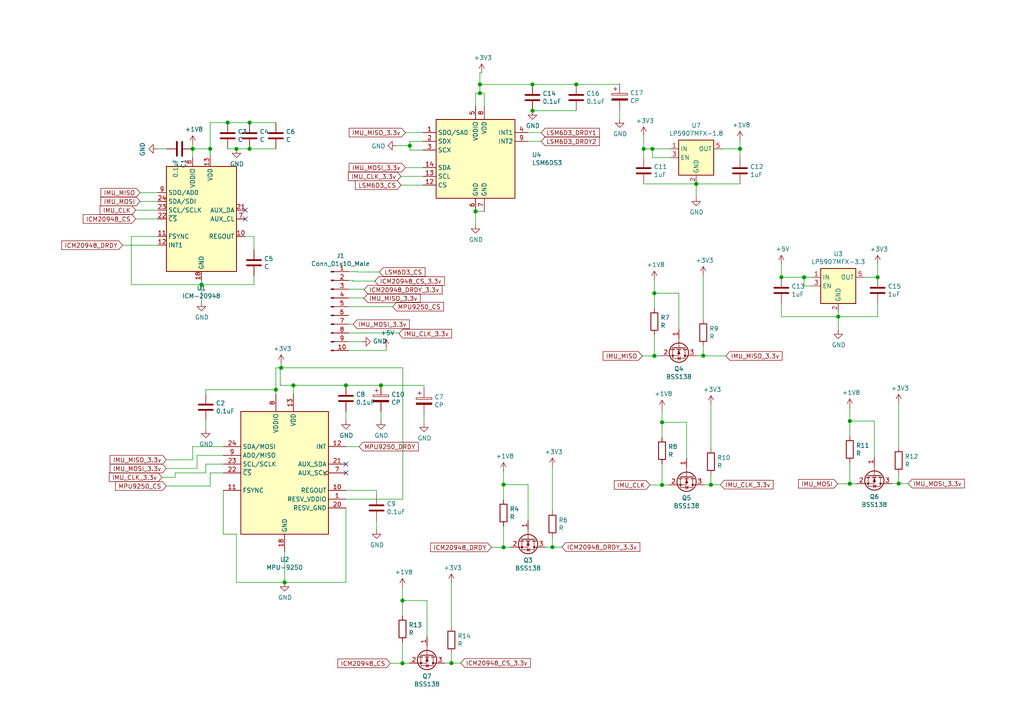
<source format=kicad_sch>
(kicad_sch (version 20200828) (generator eeschema)
  (page 1 1)
  (paper "A4")
  (lib_symbols
    (symbol "Connector:Conn_01x10_Male" (pin_names (offset 1.016) hide)
      (property "Reference" "J" (at 0 12.7 0))
      (property "Value" "Conn_01x10_Male" (at 0 -15.24 0))
      (symbol "Conn_01x10_Male_1_1"
        (rectangle (start 0.8636 -12.573) (end 0 -12.827) (stroke (width 0.1524)) (fill (type outline)))
        (rectangle (start 0.8636 -10.033) (end 0 -10.287) (stroke (width 0.1524)) (fill (type outline)))
        (rectangle (start 0.8636 -7.493) (end 0 -7.747) (stroke (width 0.1524)) (fill (type outline)))
        (rectangle (start 0.8636 -4.953) (end 0 -5.207) (stroke (width 0.1524)) (fill (type outline)))
        (rectangle (start 0.8636 -2.413) (end 0 -2.667) (stroke (width 0.1524)) (fill (type outline)))
        (rectangle (start 0.8636 0.127) (end 0 -0.127) (stroke (width 0.1524)) (fill (type outline)))
        (rectangle (start 0.8636 2.667) (end 0 2.413) (stroke (width 0.1524)) (fill (type outline)))
        (rectangle (start 0.8636 5.207) (end 0 4.953) (stroke (width 0.1524)) (fill (type outline)))
        (rectangle (start 0.8636 7.747) (end 0 7.493) (stroke (width 0.1524)) (fill (type outline)))
        (rectangle (start 0.8636 10.287) (end 0 10.033) (stroke (width 0.1524)) (fill (type outline)))
        (polyline (pts (xy 1.27 -12.7) (xy 0.8636 -12.7)) (stroke (width 0.1524)))
        (polyline (pts (xy 1.27 -10.16) (xy 0.8636 -10.16)) (stroke (width 0.1524)))
        (polyline (pts (xy 1.27 -7.62) (xy 0.8636 -7.62)) (stroke (width 0.1524)))
        (polyline (pts (xy 1.27 -5.08) (xy 0.8636 -5.08)) (stroke (width 0.1524)))
        (polyline (pts (xy 1.27 -2.54) (xy 0.8636 -2.54)) (stroke (width 0.1524)))
        (polyline (pts (xy 1.27 0) (xy 0.8636 0)) (stroke (width 0.1524)))
        (polyline (pts (xy 1.27 2.54) (xy 0.8636 2.54)) (stroke (width 0.1524)))
        (polyline (pts (xy 1.27 5.08) (xy 0.8636 5.08)) (stroke (width 0.1524)))
        (polyline (pts (xy 1.27 7.62) (xy 0.8636 7.62)) (stroke (width 0.1524)))
        (polyline (pts (xy 1.27 10.16) (xy 0.8636 10.16)) (stroke (width 0.1524)))
        (pin passive line (at 5.08 10.16 180) (length 3.81) (name "Pin_1") (number "1"))
        (pin passive line (at 5.08 -12.7 180) (length 3.81) (name "Pin_10") (number "10"))
        (pin passive line (at 5.08 7.62 180) (length 3.81) (name "Pin_2") (number "2"))
        (pin passive line (at 5.08 5.08 180) (length 3.81) (name "Pin_3") (number "3"))
        (pin passive line (at 5.08 2.54 180) (length 3.81) (name "Pin_4") (number "4"))
        (pin passive line (at 5.08 0 180) (length 3.81) (name "Pin_5") (number "5"))
        (pin passive line (at 5.08 -2.54 180) (length 3.81) (name "Pin_6") (number "6"))
        (pin passive line (at 5.08 -5.08 180) (length 3.81) (name "Pin_7") (number "7"))
        (pin passive line (at 5.08 -7.62 180) (length 3.81) (name "Pin_8") (number "8"))
        (pin passive line (at 5.08 -10.16 180) (length 3.81) (name "Pin_9") (number "9"))
      )
    )
    (symbol "Device:C" (pin_numbers hide) (pin_names (offset 0.254))
      (property "Reference" "C" (at 0.635 2.54 0))
      (property "Value" "C" (at 0.635 -2.54 0))
      (symbol "C_0_1"
        (polyline (pts (xy -2.032 -0.762) (xy 2.032 -0.762)) (stroke (width 0.508)))
        (polyline (pts (xy -2.032 0.762) (xy 2.032 0.762)) (stroke (width 0.508)))
      )
      (symbol "C_1_1"
        (pin passive line (at 0 3.81 270) (length 2.794) (name "~") (number "1"))
        (pin passive line (at 0 -3.81 90) (length 2.794) (name "~") (number "2"))
      )
    )
    (symbol "Device:CP" (pin_numbers hide) (pin_names (offset 0.254))
      (property "Reference" "C" (at 0.635 2.54 0))
      (property "Value" "CP" (at 0.635 -2.54 0))
      (symbol "CP_0_1"
        (rectangle (start -2.286 0.508) (end 2.286 1.016))
        (rectangle (start 2.286 -0.508) (end -2.286 -1.016) (fill (type outline)))
        (polyline (pts (xy -1.778 2.286) (xy -0.762 2.286)))
        (polyline (pts (xy -1.27 2.794) (xy -1.27 1.778)))
      )
      (symbol "CP_1_1"
        (pin passive line (at 0 3.81 270) (length 2.794) (name "~") (number "1"))
        (pin passive line (at 0 -3.81 90) (length 2.794) (name "~") (number "2"))
      )
    )
    (symbol "Device:R" (pin_numbers hide) (pin_names (offset 0))
      (property "Reference" "R" (at 2.032 0 90))
      (property "Value" "R" (at 0 0 90))
      (symbol "R_0_1"
        (rectangle (start -1.016 -2.54) (end 1.016 2.54) (stroke (width 0.254)))
      )
      (symbol "R_1_1"
        (pin passive line (at 0 3.81 270) (length 1.27) (name "~") (number "1"))
        (pin passive line (at 0 -3.81 90) (length 1.27) (name "~") (number "2"))
      )
    )
    (symbol "Regulator_Linear:LP5907MFX-1.8"
      (property "Reference" "U" (at -3.81 6.35 0))
      (property "Value" "LP5907MFX-1.8" (at 6.35 6.35 0))
      (symbol "LP5907MFX-1.8_0_1"
        (rectangle (start -5.08 -5.08) (end 5.08 5.08) (stroke (width 0.254)) (fill (type background)))
        (pin power_in line (at -7.62 2.54 0) (length 2.54) (name "IN") (number "1"))
        (pin power_in line (at 0 -7.62 90) (length 2.54) (name "GND") (number "2"))
        (pin input line (at -7.62 0 0) (length 2.54) (name "EN") (number "3"))
        (pin unconnected line (at 5.08 0 180) (length 2.54) hide (name "NC") (number "4"))
        (pin power_out line (at 7.62 2.54 180) (length 2.54) (name "OUT") (number "5"))
      )
    )
    (symbol "Regulator_Linear:LP5907MFX-3.3"
      (property "Reference" "U" (at -3.81 6.35 0))
      (property "Value" "LP5907MFX-3.3" (at 6.35 6.35 0))
      (symbol "LP5907MFX-3.3_0_1"
        (rectangle (start -5.08 -5.08) (end 5.08 5.08) (stroke (width 0.254)) (fill (type background)))
        (pin power_in line (at -7.62 2.54 0) (length 2.54) (name "IN") (number "1"))
        (pin power_in line (at 0 -7.62 90) (length 2.54) (name "GND") (number "2"))
        (pin input line (at -7.62 0 0) (length 2.54) (name "EN") (number "3"))
        (pin unconnected line (at 5.08 0 180) (length 2.54) hide (name "NC") (number "4"))
        (pin power_out line (at 7.62 2.54 180) (length 2.54) (name "OUT") (number "5"))
      )
    )
    (symbol "Sensor_Motion:ICM-20948"
      (property "Reference" "U" (at -11.43 16.51 0))
      (property "Value" "ICM-20948" (at 7.62 -16.51 0))
      (symbol "ICM-20948_0_1"
        (rectangle (start -10.16 15.24) (end 10.16 -15.24) (stroke (width 0.254)) (fill (type background)))
      )
      (symbol "ICM-20948_1_1"
        (pin unconnected line (at -10.16 12.7 0) (length 2.54) hide (name "NC") (number "1"))
        (pin passive line (at 12.7 -5.08 180) (length 2.54) (name "REGOUT") (number "10"))
        (pin input line (at -12.7 -5.08 0) (length 2.54) (name "FSYNC") (number "11"))
        (pin output line (at -12.7 -7.62 0) (length 2.54) (name "INT1") (number "12"))
        (pin power_in line (at 2.54 17.78 270) (length 2.54) (name "VDD") (number "13"))
        (pin unconnected line (at 10.16 7.62 180) (length 2.54) hide (name "NC") (number "14"))
        (pin unconnected line (at 10.16 5.08 180) (length 2.54) hide (name "NC") (number "15"))
        (pin unconnected line (at 10.16 -7.62 180) (length 2.54) hide (name "NC") (number "16"))
        (pin unconnected line (at 10.16 -10.16 180) (length 2.54) hide (name "NC") (number "17"))
        (pin power_in line (at 0 -17.78 90) (length 2.54) (name "GND") (number "18"))
        (pin unconnected line (at 10.16 -12.7 180) (length 2.54) hide (name "RESV") (number "19"))
        (pin unconnected line (at -10.16 10.16 0) (length 2.54) hide (name "NC") (number "2"))
        (pin passive line (at 0 -17.78 90) (length 2.54) hide (name "GND") (number "20"))
        (pin bidirectional line (at 12.7 2.54 180) (length 2.54) (name "AUX_DA") (number "21"))
        (pin input line (at -12.7 0 0) (length 2.54) (name "~CS") (number "22"))
        (pin input line (at -12.7 2.54 0) (length 2.54) (name "SCL/SCLK") (number "23"))
        (pin bidirectional line (at -12.7 5.08 0) (length 2.54) (name "SDA/SDI") (number "24"))
        (pin unconnected line (at -10.16 -2.54 0) (length 2.54) hide (name "NC") (number "3"))
        (pin unconnected line (at -10.16 -10.16 0) (length 2.54) hide (name "NC") (number "4"))
        (pin unconnected line (at -10.16 -12.7 0) (length 2.54) hide (name "NC") (number "5"))
        (pin unconnected line (at 10.16 10.16 180) (length 2.54) hide (name "NC") (number "6"))
        (pin output line (at 12.7 0 180) (length 2.54) (name "AUX_CL") (number "7"))
        (pin power_in line (at -2.54 17.78 270) (length 2.54) (name "VDDIO") (number "8"))
        (pin bidirectional line (at -12.7 7.62 0) (length 2.54) (name "SDO/AD0") (number "9"))
      )
    )
    (symbol "Sensor_Motion:LSM6DS3"
      (property "Reference" "U" (at -11.43 15.24 0))
      (property "Value" "LSM6DS3" (at -11.43 12.7 0))
      (symbol "LSM6DS3_0_1"
        (rectangle (start 11.43 11.43) (end -11.43 -11.43) (stroke (width 0.254)) (fill (type background)))
      )
      (symbol "LSM6DS3_1_1"
        (pin bidirectional line (at -15.24 7.62 0) (length 3.81) (name "SDO/SA0") (number "1"))
        (pin unconnected line (at 10.16 -5.08 180) (length 3.81) hide (name "NC") (number "10"))
        (pin unconnected line (at 10.16 -2.54 180) (length 3.81) hide (name "NC") (number "11"))
        (pin input line (at -15.24 -7.62 0) (length 3.81) (name "CS") (number "12"))
        (pin input line (at -15.24 -5.08 0) (length 3.81) (name "SCL") (number "13"))
        (pin bidirectional line (at -15.24 -2.54 0) (length 3.81) (name "SDA") (number "14"))
        (pin bidirectional line (at -15.24 5.08 0) (length 3.81) (name "SDX") (number "2"))
        (pin input line (at -15.24 2.54 0) (length 3.81) (name "SCX") (number "3"))
        (pin output line (at 15.24 7.62 180) (length 3.81) (name "INT1") (number "4"))
        (pin power_in line (at 0 15.24 270) (length 3.81) (name "VDDIO") (number "5"))
        (pin power_in line (at 0 -15.24 90) (length 3.81) (name "GND") (number "6"))
        (pin power_in line (at 2.54 -15.24 90) (length 3.81) (name "GND") (number "7"))
        (pin power_in line (at 2.54 15.24 270) (length 3.81) (name "VDD") (number "8"))
        (pin output line (at 15.24 5.08 180) (length 3.81) (name "INT2") (number "9"))
      )
    )
    (symbol "Sensor_Motion:MPU-9250"
      (property "Reference" "U" (at -11.43 19.05 0))
      (property "Value" "MPU-9250" (at 7.62 -19.05 0))
      (symbol "MPU-9250_0_1"
        (rectangle (start -12.7 17.78) (end 12.7 -17.78) (stroke (width 0.254)) (fill (type background)))
      )
      (symbol "MPU-9250_1_1"
        (pin input line (at 17.78 -7.62 180) (length 5.08) (name "RESV_VDDIO") (number "1"))
        (pin passive line (at 17.78 -5.08 180) (length 5.08) (name "REGOUT") (number "10"))
        (pin input line (at -17.78 -5.08 0) (length 5.08) (name "FSYNC") (number "11"))
        (pin output line (at 17.78 7.62 180) (length 5.08) (name "INT") (number "12"))
        (pin power_in line (at 2.54 22.86 270) (length 5.08) (name "VDD") (number "13"))
        (pin power_in line (at 0 -22.86 90) (length 5.08) (name "GND") (number "18"))
        (pin power_in line (at 17.78 -10.16 180) (length 5.08) (name "RESV_GND") (number "20"))
        (pin bidirectional line (at 17.78 2.54 180) (length 5.08) (name "AUX_SDA") (number "21"))
        (pin input line (at -17.78 0 0) (length 5.08) (name "~CS") (number "22"))
        (pin input line (at -17.78 2.54 0) (length 5.08) (name "SCL/SCLK") (number "23"))
        (pin bidirectional line (at -17.78 7.62 0) (length 5.08) (name "SDA/MOSI") (number "24"))
        (pin output clock (at 17.78 0 180) (length 5.08) (name "AUX_SCL") (number "7"))
        (pin power_in line (at -2.54 22.86 270) (length 5.08) (name "VDDIO") (number "8"))
        (pin bidirectional line (at -17.78 5.08 0) (length 5.08) (name "AD0/MISO") (number "9"))
      )
    )
    (symbol "Transistor_FET:BSS138" (pin_names hide)
      (property "Reference" "Q" (at 5.08 1.905 0))
      (property "Value" "BSS138" (at 5.08 0 0))
      (symbol "BSS138_0_1"
        (circle (center 1.651 0) (radius 2.794) (stroke (width 0.254)))
        (circle (center 2.54 -1.778) (radius 0.254) (fill (type outline)))
        (circle (center 2.54 1.778) (radius 0.254) (fill (type outline)))
        (polyline (pts (xy 0.254 0) (xy -2.54 0)))
        (polyline (pts (xy 0.254 1.905) (xy 0.254 -1.905)) (stroke (width 0.254)))
        (polyline (pts (xy 0.762 -1.27) (xy 0.762 -2.286)) (stroke (width 0.254)))
        (polyline (pts (xy 0.762 0.508) (xy 0.762 -0.508)) (stroke (width 0.254)))
        (polyline (pts (xy 0.762 2.286) (xy 0.762 1.27)) (stroke (width 0.254)))
        (polyline (pts (xy 2.54 2.54) (xy 2.54 1.778)))
        (polyline (pts (xy 2.54 -2.54) (xy 2.54 0) (xy 0.762 0)))
        (polyline (pts (xy 0.762 -1.778) (xy 3.302 -1.778) (xy 3.302 1.778) (xy 0.762 1.778)))
        (polyline (pts (xy 1.016 0) (xy 2.032 0.381) (xy 2.032 -0.381) (xy 1.016 0)) (fill (type outline)))
        (polyline (pts (xy 2.794 0.508) (xy 2.921 0.381) (xy 3.683 0.381) (xy 3.81 0.254)))
        (polyline (pts (xy 3.302 0.381) (xy 2.921 -0.254) (xy 3.683 -0.254) (xy 3.302 0.381)))
      )
      (symbol "BSS138_1_1"
        (pin input line (at -5.08 0 0) (length 2.54) (name "G") (number "1"))
        (pin passive line (at 2.54 -5.08 90) (length 2.54) (name "S") (number "2"))
        (pin passive line (at 2.54 5.08 270) (length 2.54) (name "D") (number "3"))
      )
    )
    (symbol "power:+1V8" (power) (pin_names (offset 0))
      (property "Value" "+1V8" (at 0 3.556 0))
      (symbol "+1V8_0_1"
        (polyline (pts (xy -0.762 1.27) (xy 0 2.54)))
        (polyline (pts (xy 0 0) (xy 0 2.54)))
        (polyline (pts (xy 0 2.54) (xy 0.762 1.27)))
      )
      (symbol "+1V8_1_1"
        (pin power_in line (at 0 0 90) (length 0) hide (name "+1V8") (number "1"))
      )
    )
    (symbol "power:+3V3" (power) (pin_names (offset 0))
      (property "Value" "+3V3" (at 0 3.556 0))
      (symbol "+3V3_0_1"
        (polyline (pts (xy -0.762 1.27) (xy 0 2.54)))
        (polyline (pts (xy 0 0) (xy 0 2.54)))
        (polyline (pts (xy 0 2.54) (xy 0.762 1.27)))
      )
      (symbol "+3V3_1_1"
        (pin power_in line (at 0 0 90) (length 0) hide (name "+3V3") (number "1"))
      )
    )
    (symbol "power:+5V" (power) (pin_names (offset 0))
      (property "Value" "+5V" (at 0 3.556 0))
      (symbol "+5V_0_1"
        (polyline (pts (xy -0.762 1.27) (xy 0 2.54)))
        (polyline (pts (xy 0 0) (xy 0 2.54)))
        (polyline (pts (xy 0 2.54) (xy 0.762 1.27)))
      )
      (symbol "+5V_1_1"
        (pin power_in line (at 0 0 90) (length 0) hide (name "+5V") (number "1"))
      )
    )
    (symbol "power:GND" (power) (pin_names (offset 0))
      (property "Value" "GND" (at 0 -3.81 0))
      (symbol "GND_0_1"
        (polyline (pts (xy 0 0) (xy 0 -1.27) (xy 1.27 -1.27) (xy 0 -2.54) (xy -1.27 -1.27) (xy 0 -1.27)))
      )
      (symbol "GND_1_1"
        (pin power_in line (at 0 0 270) (length 0) hide (name "GND") (number "1"))
      )
    )
  )
  (junction (at 55.88 43.18) (diameter 1.016))
  (junction (at 58.42 82.55) (diameter 1.016))
  (junction (at 60.96 43.18) (diameter 1.016))
  (junction (at 66.04 35.56) (diameter 1.016))
  (junction (at 68.58 43.18) (diameter 1.016))
  (junction (at 72.39 35.56) (diameter 1.016))
  (junction (at 72.39 43.18) (diameter 1.016))
  (junction (at 80.01 113.03) (diameter 1.016))
  (junction (at 81.534 106.68) (diameter 1.016))
  (junction (at 82.55 168.91) (diameter 1.016))
  (junction (at 85.09 111.76) (diameter 1.016))
  (junction (at 100.33 111.76) (diameter 1.016))
  (junction (at 110.49 111.76) (diameter 1.016))
  (junction (at 116.7384 174.1932) (diameter 1.016))
  (junction (at 116.7384 192.3796) (diameter 1.016))
  (junction (at 118.872 42.2656) (diameter 1.016))
  (junction (at 130.9116 192.3288) (diameter 1.016))
  (junction (at 137.922 61.3156) (diameter 1.016))
  (junction (at 139.192 24.4856) (diameter 1.016))
  (junction (at 139.192 27.0256) (diameter 1.016))
  (junction (at 146.05 140.5636) (diameter 1.016))
  (junction (at 146.05 158.75) (diameter 1.016))
  (junction (at 154.432 24.4856) (diameter 1.016))
  (junction (at 154.432 32.1056) (diameter 1.016))
  (junction (at 160.2232 158.6992) (diameter 1.016))
  (junction (at 167.132 24.4856) (diameter 1.016))
  (junction (at 186.69 43.18) (diameter 1.016))
  (junction (at 189.23 43.18) (diameter 1.016))
  (junction (at 189.7888 85.0392) (diameter 1.016))
  (junction (at 189.7888 103.2256) (diameter 1.016))
  (junction (at 192.024 122.4788) (diameter 1.016))
  (junction (at 192.024 140.6652) (diameter 1.016))
  (junction (at 201.93 53.34) (diameter 1.016))
  (junction (at 203.962 103.1748) (diameter 1.016))
  (junction (at 206.1972 140.6144) (diameter 1.016))
  (junction (at 214.63 43.18) (diameter 1.016))
  (junction (at 226.6188 80.4164) (diameter 1.016))
  (junction (at 233.2228 80.4164) (diameter 1.016))
  (junction (at 243.1288 91.8464) (diameter 1.016))
  (junction (at 246.4816 122.1232) (diameter 1.016))
  (junction (at 246.4816 140.3096) (diameter 1.016))
  (junction (at 254.5588 80.4164) (diameter 1.016))
  (junction (at 260.6548 140.2588) (diameter 1.016))
  (no_connect (at 71.12 63.5))
  (no_connect (at 100.33 134.62))
  (no_connect (at 71.12 60.96))
  (no_connect (at 100.33 137.16))
  (wire (pts (xy 35.56 71.12) (xy 45.72 71.12)))
  (wire (pts (xy 38.1 68.58) (xy 38.1 82.55)))
  (wire (pts (xy 38.1 82.55) (xy 58.42 82.55)))
  (wire (pts (xy 39.37 60.96) (xy 45.72 60.96)))
  (wire (pts (xy 39.37 63.5) (xy 45.72 63.5)))
  (wire (pts (xy 40.64 58.42) (xy 45.72 58.42)))
  (wire (pts (xy 45.72 55.88) (xy 40.64 55.88)))
  (wire (pts (xy 45.72 68.58) (xy 38.1 68.58)))
  (wire (pts (xy 46.99 138.43) (xy 48.26 138.43)))
  (wire (pts (xy 48.26 43.18) (xy 45.72 43.18)))
  (wire (pts (xy 48.26 133.35) (xy 55.88 133.35)))
  (wire (pts (xy 48.26 140.97) (xy 60.96 140.97)))
  (wire (pts (xy 50.8 137.16) (xy 50.8 138.43)))
  (wire (pts (xy 50.8 137.16) (xy 59.69 137.16)))
  (wire (pts (xy 50.8 138.43) (xy 48.26 138.43)))
  (wire (pts (xy 55.88 43.18) (xy 55.88 41.91)))
  (wire (pts (xy 55.88 43.18) (xy 60.96 43.18)))
  (wire (pts (xy 55.88 45.72) (xy 55.88 43.18)))
  (wire (pts (xy 55.88 129.54) (xy 55.88 133.35)))
  (wire (pts (xy 55.88 129.54) (xy 64.77 129.54)))
  (wire (pts (xy 57.15 132.08) (xy 57.15 135.89)))
  (wire (pts (xy 57.15 135.89) (xy 48.26 135.89)))
  (wire (pts (xy 58.42 82.55) (xy 58.42 81.28)))
  (wire (pts (xy 58.42 82.55) (xy 58.42 87.63)))
  (wire (pts (xy 59.69 113.03) (xy 59.69 114.3)))
  (wire (pts (xy 59.69 113.03) (xy 80.01 113.03)))
  (wire (pts (xy 59.69 121.92) (xy 59.69 124.46)))
  (wire (pts (xy 59.69 134.62) (xy 64.77 134.62)))
  (wire (pts (xy 59.69 137.16) (xy 59.69 134.62)))
  (wire (pts (xy 60.96 35.56) (xy 60.96 43.18)))
  (wire (pts (xy 60.96 35.56) (xy 66.04 35.56)))
  (wire (pts (xy 60.96 43.18) (xy 60.96 45.72)))
  (wire (pts (xy 60.96 43.18) (xy 60.96 45.72)))
  (wire (pts (xy 60.96 137.16) (xy 64.77 137.16)))
  (wire (pts (xy 60.96 140.97) (xy 60.96 137.16)))
  (wire (pts (xy 64.77 132.08) (xy 57.15 132.08)))
  (wire (pts (xy 64.77 142.24) (xy 64.77 154.94)))
  (wire (pts (xy 64.77 154.94) (xy 68.58 154.94)))
  (wire (pts (xy 66.04 35.56) (xy 72.39 35.56)))
  (wire (pts (xy 66.04 43.18) (xy 68.58 43.18)))
  (wire (pts (xy 68.58 43.18) (xy 72.39 43.18)))
  (wire (pts (xy 68.58 168.91) (xy 68.58 154.94)))
  (wire (pts (xy 68.58 168.91) (xy 82.55 168.91)))
  (wire (pts (xy 71.12 68.58) (xy 73.66 68.58)))
  (wire (pts (xy 72.39 35.56) (xy 80.01 35.56)))
  (wire (pts (xy 73.66 68.58) (xy 73.66 72.39)))
  (wire (pts (xy 73.66 80.01) (xy 73.66 82.55)))
  (wire (pts (xy 73.66 82.55) (xy 58.42 82.55)))
  (wire (pts (xy 80.01 43.18) (xy 72.39 43.18)))
  (wire (pts (xy 80.01 106.68) (xy 81.28 106.68)))
  (wire (pts (xy 80.01 113.03) (xy 80.01 106.68)))
  (wire (pts (xy 80.01 113.03) (xy 80.01 114.3)))
  (wire (pts (xy 81.28 106.68) (xy 81.28 111.76)))
  (wire (pts (xy 81.534 105.4608) (xy 81.534 106.68)))
  (wire (pts (xy 81.534 106.68) (xy 81.28 106.68)))
  (wire (pts (xy 81.534 106.68) (xy 81.28 106.68)))
  (wire (pts (xy 82.55 160.02) (xy 82.55 168.91)))
  (wire (pts (xy 85.09 111.76) (xy 81.28 111.76)))
  (wire (pts (xy 85.09 111.76) (xy 100.33 111.76)))
  (wire (pts (xy 85.09 114.3) (xy 85.09 111.76)))
  (wire (pts (xy 100.33 111.76) (xy 110.49 111.76)))
  (wire (pts (xy 100.33 119.38) (xy 100.33 121.92)))
  (wire (pts (xy 100.33 142.24) (xy 109.22 142.24)))
  (wire (pts (xy 100.33 144.78) (xy 116.84 144.78)))
  (wire (pts (xy 100.33 147.32) (xy 100.33 168.91)))
  (wire (pts (xy 100.33 168.91) (xy 82.55 168.91)))
  (wire (pts (xy 101.092 78.7908) (xy 103.6828 78.7908)))
  (wire (pts (xy 101.092 81.3308) (xy 102.362 81.3308)))
  (wire (pts (xy 101.092 83.8708) (xy 105.6132 83.8708)))
  (wire (pts (xy 101.092 86.4108) (xy 105.5624 86.4108)))
  (wire (pts (xy 101.092 88.9508) (xy 113.8936 88.9508)))
  (wire (pts (xy 101.092 94.0308) (xy 102.4128 94.0308)))
  (wire (pts (xy 101.092 96.5708) (xy 115.6716 96.5708)))
  (wire (pts (xy 101.092 99.1108) (xy 104.902 99.1108)))
  (wire (pts (xy 101.092 101.6508) (xy 112.014 101.6508)))
  (wire (pts (xy 102.362 81.3308) (xy 102.362 81.534)))
  (wire (pts (xy 103.6828 78.7908) (xy 103.6828 78.8924)))
  (wire (pts (xy 104.14 129.54) (xy 100.33 129.54)))
  (wire (pts (xy 105.5624 86.4108) (xy 105.5624 86.5124)))
  (wire (pts (xy 105.6132 83.8708) (xy 105.6132 84.0232)))
  (wire (pts (xy 108.712 81.534) (xy 102.362 81.534)))
  (wire (pts (xy 109.22 142.24) (xy 109.22 143.51)))
  (wire (pts (xy 109.22 153.67) (xy 109.22 151.13)))
  (wire (pts (xy 110.0328 78.8924) (xy 103.6828 78.8924)))
  (wire (pts (xy 110.49 111.76) (xy 122.9868 111.76)))
  (wire (pts (xy 110.49 119.38) (xy 110.49 121.92)))
  (wire (pts (xy 112.014 101.6508) (xy 112.014 100.9396)))
  (wire (pts (xy 113.2332 192.3796) (xy 116.7384 192.3796)))
  (wire (pts (xy 115.062 42.2656) (xy 118.872 42.2656)))
  (wire (pts (xy 115.6716 96.5708) (xy 115.6716 96.774)))
  (wire (pts (xy 116.332 51.1556) (xy 122.682 51.1556)))
  (wire (pts (xy 116.332 53.6956) (xy 122.682 53.6956)))
  (wire (pts (xy 116.7384 170.3324) (xy 116.7384 174.1932)))
  (wire (pts (xy 116.7384 174.1932) (xy 116.7384 178.6128)))
  (wire (pts (xy 116.7384 174.1932) (xy 123.8504 174.1932)))
  (wire (pts (xy 116.7384 186.2328) (xy 116.7384 192.3796)))
  (wire (pts (xy 116.7384 192.3796) (xy 118.7704 192.3796)))
  (wire (pts (xy 116.84 106.68) (xy 81.534 106.68)))
  (wire (pts (xy 116.84 144.78) (xy 116.84 106.68)))
  (wire (pts (xy 117.602 48.6156) (xy 122.682 48.6156)))
  (wire (pts (xy 118.7704 192.3796) (xy 118.7704 192.3288)))
  (wire (pts (xy 118.872 40.9956) (xy 118.872 42.2656)))
  (wire (pts (xy 118.872 42.2656) (xy 118.872 43.5356)))
  (wire (pts (xy 118.872 43.5356) (xy 122.682 43.5356)))
  (wire (pts (xy 122.682 38.4556) (xy 117.602 38.4556)))
  (wire (pts (xy 122.682 40.9956) (xy 118.872 40.9956)))
  (wire (pts (xy 122.9868 111.76) (xy 122.9868 112.522)))
  (wire (pts (xy 122.9868 120.142) (xy 122.9868 122.682)))
  (wire (pts (xy 123.8504 174.1932) (xy 123.8504 184.7088)))
  (wire (pts (xy 128.9304 192.3288) (xy 130.9116 192.3288)))
  (wire (pts (xy 130.9116 169.0116) (xy 130.9116 181.8132)))
  (wire (pts (xy 130.9116 192.3288) (xy 130.9116 189.4332)))
  (wire (pts (xy 130.9116 192.3288) (xy 133.6548 192.3288)))
  (wire (pts (xy 133.6548 192.3288) (xy 133.6548 192.278)))
  (wire (pts (xy 137.922 27.0256) (xy 139.192 27.0256)))
  (wire (pts (xy 137.922 30.8356) (xy 137.922 27.0256)))
  (wire (pts (xy 137.922 61.3156) (xy 140.462 61.3156)))
  (wire (pts (xy 137.922 65.1256) (xy 137.922 61.3156)))
  (wire (pts (xy 139.192 21.082) (xy 139.7 21.082)))
  (wire (pts (xy 139.192 24.4856) (xy 139.192 21.082)))
  (wire (pts (xy 139.192 24.4856) (xy 154.432 24.4856)))
  (wire (pts (xy 139.192 27.0256) (xy 139.192 24.4856)))
  (wire (pts (xy 139.192 27.0256) (xy 140.462 27.0256)))
  (wire (pts (xy 140.462 27.0256) (xy 140.462 30.8356)))
  (wire (pts (xy 142.5448 158.75) (xy 146.05 158.75)))
  (wire (pts (xy 146.05 136.7028) (xy 146.05 140.5636)))
  (wire (pts (xy 146.05 140.5636) (xy 146.05 144.9832)))
  (wire (pts (xy 146.05 140.5636) (xy 153.162 140.5636)))
  (wire (pts (xy 146.05 152.6032) (xy 146.05 158.75)))
  (wire (pts (xy 146.05 158.75) (xy 148.082 158.75)))
  (wire (pts (xy 148.082 158.75) (xy 148.082 158.6992)))
  (wire (pts (xy 153.162 140.5636) (xy 153.162 151.0792)))
  (wire (pts (xy 154.432 24.4856) (xy 167.132 24.4856)))
  (wire (pts (xy 154.432 32.1056) (xy 167.132 32.1056)))
  (wire (pts (xy 156.972 38.4556) (xy 153.162 38.4556)))
  (wire (pts (xy 156.972 40.9956) (xy 153.162 40.9956)))
  (wire (pts (xy 158.242 158.6992) (xy 160.2232 158.6992)))
  (wire (pts (xy 160.2232 135.382) (xy 160.2232 148.1836)))
  (wire (pts (xy 160.2232 158.6992) (xy 160.2232 155.8036)))
  (wire (pts (xy 160.2232 158.6992) (xy 162.9664 158.6992)))
  (wire (pts (xy 162.9664 158.6992) (xy 162.9664 158.6484)))
  (wire (pts (xy 167.132 24.4856) (xy 179.7304 24.4856)))
  (wire (pts (xy 179.7304 24.4856) (xy 179.7304 24.2824)))
  (wire (pts (xy 179.7304 31.9024) (xy 179.7304 34.4424)))
  (wire (pts (xy 186.2836 103.2256) (xy 189.7888 103.2256)))
  (wire (pts (xy 186.69 39.37) (xy 186.69 43.18)))
  (wire (pts (xy 186.69 43.18) (xy 186.69 45.72)))
  (wire (pts (xy 186.69 43.18) (xy 189.23 43.18)))
  (wire (pts (xy 186.69 53.34) (xy 201.93 53.34)))
  (wire (pts (xy 188.5188 140.6652) (xy 192.024 140.6652)))
  (wire (pts (xy 189.23 43.18) (xy 194.31 43.18)))
  (wire (pts (xy 189.23 45.72) (xy 189.23 43.18)))
  (wire (pts (xy 189.7888 81.1784) (xy 189.7888 85.0392)))
  (wire (pts (xy 189.7888 85.0392) (xy 189.7888 89.4588)))
  (wire (pts (xy 189.7888 85.0392) (xy 196.9008 85.0392)))
  (wire (pts (xy 189.7888 97.0788) (xy 189.7888 103.2256)))
  (wire (pts (xy 189.7888 103.2256) (xy 191.8208 103.2256)))
  (wire (pts (xy 191.8208 103.2256) (xy 191.8208 103.1748)))
  (wire (pts (xy 192.024 118.618) (xy 192.024 122.4788)))
  (wire (pts (xy 192.024 122.4788) (xy 192.024 126.8984)))
  (wire (pts (xy 192.024 122.4788) (xy 199.136 122.4788)))
  (wire (pts (xy 192.024 134.5184) (xy 192.024 140.6652)))
  (wire (pts (xy 192.024 140.6652) (xy 194.056 140.6652)))
  (wire (pts (xy 194.056 140.6652) (xy 194.056 140.6144)))
  (wire (pts (xy 194.31 45.72) (xy 189.23 45.72)))
  (wire (pts (xy 196.9008 85.0392) (xy 196.9008 95.5548)))
  (wire (pts (xy 199.136 122.4788) (xy 199.136 132.9944)))
  (wire (pts (xy 201.93 53.34) (xy 201.93 57.15)))
  (wire (pts (xy 201.93 53.34) (xy 214.63 53.34)))
  (wire (pts (xy 201.9808 103.1748) (xy 203.962 103.1748)))
  (wire (pts (xy 203.962 79.8576) (xy 203.962 92.6592)))
  (wire (pts (xy 203.962 103.1748) (xy 203.962 100.2792)))
  (wire (pts (xy 203.962 103.2256) (xy 203.962 103.1748)))
  (wire (pts (xy 204.216 140.6144) (xy 206.1972 140.6144)))
  (wire (pts (xy 206.1972 117.2972) (xy 206.1972 130.0988)))
  (wire (pts (xy 206.1972 140.6144) (xy 206.1972 137.7188)))
  (wire (pts (xy 206.1972 140.6144) (xy 208.9404 140.6144)))
  (wire (pts (xy 208.9404 140.6144) (xy 208.9404 140.5636)))
  (wire (pts (xy 209.55 43.18) (xy 214.63 43.18)))
  (wire (pts (xy 210.5152 103.1748) (xy 210.5152 103.2256)))
  (wire (pts (xy 210.5152 103.2256) (xy 203.962 103.2256)))
  (wire (pts (xy 214.63 43.18) (xy 214.63 40.64)))
  (wire (pts (xy 214.63 43.18) (xy 214.63 45.72)))
  (wire (pts (xy 226.6188 80.4164) (xy 226.6188 76.6064)))
  (wire (pts (xy 226.6188 80.4164) (xy 233.2228 80.4164)))
  (wire (pts (xy 226.6188 88.0364) (xy 226.6188 91.8464)))
  (wire (pts (xy 226.6188 91.8464) (xy 243.1288 91.8464)))
  (wire (pts (xy 233.2228 80.4164) (xy 235.5088 80.4164)))
  (wire (pts (xy 233.2228 82.9564) (xy 233.2228 80.4164)))
  (wire (pts (xy 233.2228 82.9564) (xy 235.5088 82.9564)))
  (wire (pts (xy 242.9764 140.3096) (xy 246.4816 140.3096)))
  (wire (pts (xy 243.1288 91.8464) (xy 243.1288 90.5764)))
  (wire (pts (xy 243.1288 91.8464) (xy 243.1288 95.6564)))
  (wire (pts (xy 243.1288 91.8464) (xy 254.5588 91.8464)))
  (wire (pts (xy 246.4816 118.2624) (xy 246.4816 122.1232)))
  (wire (pts (xy 246.4816 122.1232) (xy 246.4816 126.5428)))
  (wire (pts (xy 246.4816 122.1232) (xy 253.5936 122.1232)))
  (wire (pts (xy 246.4816 134.1628) (xy 246.4816 140.3096)))
  (wire (pts (xy 246.4816 140.3096) (xy 248.5136 140.3096)))
  (wire (pts (xy 248.5136 140.3096) (xy 248.5136 140.2588)))
  (wire (pts (xy 250.7488 80.4164) (xy 254.5588 80.4164)))
  (wire (pts (xy 253.5936 122.1232) (xy 253.5936 132.6388)))
  (wire (pts (xy 254.5588 80.4164) (xy 254.5588 76.6064)))
  (wire (pts (xy 254.5588 88.0364) (xy 254.5588 91.8464)))
  (wire (pts (xy 258.6736 140.2588) (xy 260.6548 140.2588)))
  (wire (pts (xy 260.6548 116.9416) (xy 260.6548 129.7432)))
  (wire (pts (xy 260.6548 140.2588) (xy 260.6548 137.3632)))
  (wire (pts (xy 260.6548 140.2588) (xy 263.398 140.2588)))
  (global_label "ICM20948_DRDY" (shape input) (at 35.56 71.12 180))
  (global_label "IMU_CLK" (shape input) (at 39.37 60.96 180))
  (global_label "ICM20948_CS" (shape input) (at 39.37 63.5 180))
  (global_label "IMU_MISO" (shape input) (at 40.64 55.88 180))
  (global_label "IMU_MOSI" (shape input) (at 40.64 58.42 180))
  (global_label "IMU_CLK_3.3v" (shape input) (at 46.99 138.43 180))
  (global_label "IMU_MISO_3.3v" (shape input) (at 48.26 133.35 180))
  (global_label "IMU_MOSI_3.3v" (shape input) (at 48.26 135.89 180))
  (global_label "MPU9250_CS" (shape input) (at 48.26 140.97 180))
  (global_label "IMU_MOSI_3.3v" (shape input) (at 102.4128 94.0308 0))
  (global_label "MPU9250_DRDY" (shape input) (at 104.14 129.54 0))
  (global_label "IMU_MISO_3.3v" (shape input) (at 105.5624 86.5124 0))
  (global_label "ICM20948_DRDY_3.3v" (shape input) (at 105.6132 84.0232 0))
  (global_label "ICM20948_CS_3.3v" (shape input) (at 108.712 81.534 0))
  (global_label "LSM6D3_CS" (shape input) (at 110.0328 78.8924 0))
  (global_label "ICM20948_CS" (shape input) (at 113.2332 192.3796 180))
  (global_label "MPU9250_CS" (shape input) (at 113.8936 88.9508 0))
  (global_label "IMU_CLK_3.3v" (shape input) (at 115.6716 96.774 0))
  (global_label "IMU_CLK_3.3v" (shape input) (at 116.332 51.1556 180))
  (global_label "LSM6D3_CS" (shape input) (at 116.332 53.6956 180))
  (global_label "IMU_MISO_3.3v" (shape input) (at 117.602 38.4556 180))
  (global_label "IMU_MOSI_3.3v" (shape input) (at 117.602 48.6156 180))
  (global_label "ICM20948_CS_3.3v" (shape input) (at 133.6548 192.278 0))
  (global_label "ICM20948_DRDY" (shape input) (at 142.5448 158.75 180))
  (global_label "LSM6D3_DRDY1" (shape input) (at 156.972 38.4556 0))
  (global_label "LSM6D3_DRDY2" (shape input) (at 156.972 40.9956 0))
  (global_label "ICM20948_DRDY_3.3v" (shape input) (at 162.9664 158.6484 0))
  (global_label "IMU_MISO" (shape input) (at 186.2836 103.2256 180))
  (global_label "IMU_CLK" (shape input) (at 188.5188 140.6652 180))
  (global_label "IMU_CLK_3.3v" (shape input) (at 208.9404 140.5636 0))
  (global_label "IMU_MISO_3.3v" (shape input) (at 210.5152 103.2256 0))
  (global_label "IMU_MOSI" (shape input) (at 242.9764 140.3096 180))
  (global_label "IMU_MOSI_3.3v" (shape input) (at 263.398 140.2588 0))
  (symbol (lib_id "power:+1V8") (at 55.88 41.91 0) (unit 1)
    (property "Reference" "#PWR0112" (effects hide))
    (property "Value" "+1V8" (at 56.261 37.5158 0))
  )
  (symbol (lib_id "power:+3V3") (at 81.534 105.4608 0) (unit 1)
    (property "Reference" "#PWR0107" (effects hide))
    (property "Value" "+3V3" (at 81.9023 101.1364 0))
  )
  (symbol (lib_id "power:+5V") (at 112.014 100.9396 0) (unit 1)
    (property "Reference" "#PWR0127" (effects hide))
    (property "Value" "+5V" (at 112.395 96.5454 0))
  )
  (symbol (lib_id "power:+1V8") (at 116.7384 170.3324 0) (unit 1)
    (property "Reference" "#PWR0128" (effects hide))
    (property "Value" "+1V8" (at 117.1194 165.9382 0))
  )
  (symbol (lib_id "power:+3V3") (at 130.9116 169.0116 0) (unit 1)
    (property "Reference" "#PWR0124" (effects hide))
    (property "Value" "+3V3" (at 131.2799 164.6872 0))
  )
  (symbol (lib_id "power:+3V3") (at 139.7 21.082 0) (unit 1)
    (property "Reference" "#PWR0118" (effects hide))
    (property "Value" "+3V3" (at 140.0683 16.7576 0))
  )
  (symbol (lib_id "power:+1V8") (at 146.05 136.7028 0) (unit 1)
    (property "Reference" "#PWR0116" (effects hide))
    (property "Value" "+1V8" (at 146.431 132.3086 0))
  )
  (symbol (lib_id "power:+3V3") (at 160.2232 135.382 0) (unit 1)
    (property "Reference" "#PWR0117" (effects hide))
    (property "Value" "+3V3" (at 160.5915 131.0576 0))
  )
  (symbol (lib_id "power:+3V3") (at 186.69 39.37 0) (unit 1)
    (property "Reference" "#PWR0106" (effects hide))
    (property "Value" "+3V3" (at 187.0583 35.0456 0))
  )
  (symbol (lib_id "power:+1V8") (at 189.7888 81.1784 0) (unit 1)
    (property "Reference" "#PWR0132" (effects hide))
    (property "Value" "+1V8" (at 190.1698 76.7842 0))
  )
  (symbol (lib_id "power:+1V8") (at 192.024 118.618 0) (unit 1)
    (property "Reference" "#PWR0135" (effects hide))
    (property "Value" "+1V8" (at 192.405 114.2238 0))
  )
  (symbol (lib_id "power:+3V3") (at 203.962 79.8576 0) (unit 1)
    (property "Reference" "#PWR0133" (effects hide))
    (property "Value" "+3V3" (at 204.3303 75.5332 0))
  )
  (symbol (lib_id "power:+3V3") (at 206.1972 117.2972 0) (unit 1)
    (property "Reference" "#PWR0122" (effects hide))
    (property "Value" "+3V3" (at 206.5655 112.9728 0))
  )
  (symbol (lib_id "power:+1V8") (at 214.63 40.64 0) (unit 1)
    (property "Reference" "#PWR0126" (effects hide))
    (property "Value" "+1V8" (at 215.011 36.2458 0))
  )
  (symbol (lib_id "power:+5V") (at 226.6188 76.6064 0) (unit 1)
    (property "Reference" "#PWR0129" (effects hide))
    (property "Value" "+5V" (at 226.9998 72.2122 0))
  )
  (symbol (lib_id "power:+1V8") (at 246.4816 118.2624 0) (unit 1)
    (property "Reference" "#PWR0121" (effects hide))
    (property "Value" "+1V8" (at 246.8626 113.8682 0))
  )
  (symbol (lib_id "power:+3V3") (at 254.5588 76.6064 0) (unit 1)
    (property "Reference" "#PWR0131" (effects hide))
    (property "Value" "+3V3" (at 254.9271 72.282 0))
  )
  (symbol (lib_id "power:+3V3") (at 260.6548 116.9416 0) (unit 1)
    (property "Reference" "#PWR0120" (effects hide))
    (property "Value" "+3V3" (at 261.0231 112.6172 0))
  )
  (symbol (lib_id "power:GND") (at 45.72 43.18 270) (unit 1)
    (property "Reference" "#PWR0109" (effects hide))
    (property "Value" "GND" (at 41.3258 43.307 0))
  )
  (symbol (lib_id "power:GND") (at 58.42 87.63 0) (unit 1)
    (property "Reference" "#PWR0108" (effects hide))
    (property "Value" "GND" (at 58.547 92.0242 0))
  )
  (symbol (lib_id "power:GND") (at 59.69 124.46 0) (unit 1)
    (property "Reference" "#PWR0105" (effects hide))
    (property "Value" "GND" (at 59.817 128.8542 0))
  )
  (symbol (lib_id "power:GND") (at 68.58 43.18 0) (unit 1)
    (property "Reference" "#PWR0110" (effects hide))
    (property "Value" "GND" (at 68.707 47.5742 0))
  )
  (symbol (lib_id "power:GND") (at 82.55 168.91 0) (unit 1)
    (property "Reference" "#PWR0103" (effects hide))
    (property "Value" "GND" (at 82.677 173.3042 0))
  )
  (symbol (lib_id "power:GND") (at 100.33 121.92 0) (unit 1)
    (property "Reference" "#PWR0102" (effects hide))
    (property "Value" "GND" (at 100.457 126.3142 0))
  )
  (symbol (lib_id "power:GND") (at 104.902 99.1108 90) (unit 1)
    (property "Reference" "#PWR0130" (effects hide))
    (property "Value" "GND" (at 108.1532 98.9838 90) (effects (justify right)))
  )
  (symbol (lib_id "power:GND") (at 109.22 153.67 0) (unit 1)
    (property "Reference" "#PWR0104" (effects hide))
    (property "Value" "GND" (at 109.347 158.0642 0))
  )
  (symbol (lib_id "power:GND") (at 110.49 121.92 0) (unit 1)
    (property "Reference" "#PWR0101" (effects hide))
    (property "Value" "GND" (at 110.617 126.3142 0))
  )
  (symbol (lib_id "power:GND") (at 115.062 42.2656 270) (unit 1)
    (property "Reference" "#PWR0113" (effects hide))
    (property "Value" "GND" (at 111.8108 42.3926 90) (effects (justify right)))
  )
  (symbol (lib_id "power:GND") (at 122.9868 122.682 0) (unit 1)
    (property "Reference" "#PWR0111" (effects hide))
    (property "Value" "GND" (at 123.1138 127.0762 0))
  )
  (symbol (lib_id "power:GND") (at 137.922 65.1256 0) (unit 1)
    (property "Reference" "#PWR0114" (effects hide))
    (property "Value" "GND" (at 138.049 69.5198 0))
  )
  (symbol (lib_id "power:GND") (at 154.432 32.1056 0) (unit 1)
    (property "Reference" "#PWR0115" (effects hide))
    (property "Value" "GND" (at 154.559 36.4998 0))
  )
  (symbol (lib_id "power:GND") (at 179.7304 34.4424 0) (unit 1)
    (property "Reference" "#PWR0119" (effects hide))
    (property "Value" "GND" (at 179.8574 38.8366 0))
  )
  (symbol (lib_id "power:GND") (at 201.93 57.15 0) (unit 1)
    (property "Reference" "#PWR0123" (effects hide))
    (property "Value" "GND" (at 202.057 61.5442 0))
  )
  (symbol (lib_id "power:GND") (at 243.1288 95.6564 0) (unit 1)
    (property "Reference" "#PWR0125" (effects hide))
    (property "Value" "GND" (at 243.2558 100.0506 0))
  )
  (symbol (lib_id "Device:R") (at 116.7384 182.4228 0) (unit 1)
    (property "Reference" "R13" (at 118.5165 181.2734 0) (effects (justify left)))
    (property "Value" "R" (at 118.5165 183.5721 0) (effects (justify left)))
    (property "Footprint" "Resistor_SMD:R_0603_1608Metric_Pad1.05x0.95mm_HandSolder" (effects hide))
  )
  (symbol (lib_id "Device:R") (at 130.9116 185.6232 0) (unit 1)
    (property "Reference" "R14" (at 132.6897 184.4738 0) (effects (justify left)))
    (property "Value" "R" (at 132.6897 186.7725 0) (effects (justify left)))
    (property "Footprint" "Resistor_SMD:R_0603_1608Metric_Pad1.05x0.95mm_HandSolder" (effects hide))
  )
  (symbol (lib_id "Device:R") (at 146.05 148.7932 0) (unit 1)
    (property "Reference" "R4" (at 147.8281 147.6438 0) (effects (justify left)))
    (property "Value" "R" (at 147.8281 149.9425 0) (effects (justify left)))
    (property "Footprint" "Resistor_SMD:R_0603_1608Metric_Pad1.05x0.95mm_HandSolder" (effects hide))
  )
  (symbol (lib_id "Device:R") (at 160.2232 151.9936 0) (unit 1)
    (property "Reference" "R6" (at 162.0013 150.8442 0) (effects (justify left)))
    (property "Value" "R" (at 162.0013 153.1429 0) (effects (justify left)))
    (property "Footprint" "Resistor_SMD:R_0603_1608Metric_Pad1.05x0.95mm_HandSolder" (effects hide))
  )
  (symbol (lib_id "Device:R") (at 189.7888 93.2688 0) (unit 1)
    (property "Reference" "R7" (at 191.5669 92.1194 0) (effects (justify left)))
    (property "Value" "R" (at 191.5669 94.4181 0) (effects (justify left)))
    (property "Footprint" "Resistor_SMD:R_0603_1608Metric_Pad1.05x0.95mm_HandSolder" (effects hide))
  )
  (symbol (lib_id "Device:R") (at 192.024 130.7084 0) (unit 1)
    (property "Reference" "R8" (at 193.8021 129.559 0) (effects (justify left)))
    (property "Value" "R" (at 193.8021 131.8577 0) (effects (justify left)))
    (property "Footprint" "Resistor_SMD:R_0603_1608Metric_Pad1.05x0.95mm_HandSolder" (effects hide))
  )
  (symbol (lib_id "Device:R") (at 203.962 96.4692 0) (unit 1)
    (property "Reference" "R9" (at 205.7401 95.3198 0) (effects (justify left)))
    (property "Value" "R" (at 205.7401 97.6185 0) (effects (justify left)))
    (property "Footprint" "Resistor_SMD:R_0603_1608Metric_Pad1.05x0.95mm_HandSolder" (effects hide))
  )
  (symbol (lib_id "Device:R") (at 206.1972 133.9088 0) (unit 1)
    (property "Reference" "R10" (at 207.9753 132.7594 0) (effects (justify left)))
    (property "Value" "R" (at 207.9753 135.0581 0) (effects (justify left)))
    (property "Footprint" "Resistor_SMD:R_0603_1608Metric_Pad1.05x0.95mm_HandSolder" (effects hide))
  )
  (symbol (lib_id "Device:R") (at 246.4816 130.3528 0) (unit 1)
    (property "Reference" "R11" (at 248.2597 129.2034 0) (effects (justify left)))
    (property "Value" "R" (at 248.2597 131.5021 0) (effects (justify left)))
    (property "Footprint" "Resistor_SMD:R_0603_1608Metric_Pad1.05x0.95mm_HandSolder" (effects hide))
  )
  (symbol (lib_id "Device:R") (at 260.6548 133.5532 0) (unit 1)
    (property "Reference" "R12" (at 262.4329 132.4038 0) (effects (justify left)))
    (property "Value" "R" (at 262.4329 134.7025 0) (effects (justify left)))
    (property "Footprint" "Resistor_SMD:R_0603_1608Metric_Pad1.05x0.95mm_HandSolder" (effects hide))
  )
  (symbol (lib_id "Device:C") (at 52.07 43.18 270) (unit 1)
    (property "Reference" "C1" (at 53.2384 46.101 0) (effects (justify left)))
    (property "Value" "0.1uF" (at 50.927 46.101 0) (effects (justify left)))
    (property "Footprint" "Capacitor_SMD:C_0603_1608Metric" (effects hide))
  )
  (symbol (lib_id "Device:C") (at 59.69 118.11 0) (unit 1)
    (property "Reference" "C2" (at 62.611 116.9416 0) (effects (justify left)))
    (property "Value" "0.1uF" (at 62.611 119.253 0) (effects (justify left)))
    (property "Footprint" "Capacitor_SMD:C_0603_1608Metric" (effects hide))
  )
  (symbol (lib_id "Device:C") (at 66.04 39.37 0) (unit 1)
    (property "Reference" "C3" (at 68.961 38.2016 0) (effects (justify left)))
    (property "Value" "C" (at 68.961 40.513 0) (effects (justify left)))
    (property "Footprint" "Capacitor_SMD:C_0603_1608Metric_Pad1.05x0.95mm_HandSolder" (effects hide))
  )
  (symbol (lib_id "Device:C") (at 72.39 39.37 0) (unit 1)
    (property "Reference" "C4" (at 75.311 38.2016 0) (effects (justify left)))
    (property "Value" "C" (at 75.311 40.513 0) (effects (justify left)))
    (property "Footprint" "Capacitor_SMD:C_0603_1608Metric_Pad1.05x0.95mm_HandSolder" (effects hide))
  )
  (symbol (lib_id "Device:C") (at 73.66 76.2 0) (unit 1)
    (property "Reference" "C5" (at 76.581 75.0316 0) (effects (justify left)))
    (property "Value" "C" (at 76.581 77.343 0) (effects (justify left)))
    (property "Footprint" "Capacitor_SMD:C_0603_1608Metric" (effects hide))
  )
  (symbol (lib_id "Device:C") (at 80.01 39.37 0) (unit 1)
    (property "Reference" "C6" (at 82.931 38.2016 0) (effects (justify left)))
    (property "Value" "C" (at 82.931 40.513 0) (effects (justify left)))
    (property "Footprint" "Capacitor_SMD:C_0603_1608Metric_Pad1.05x0.95mm_HandSolder" (effects hide))
  )
  (symbol (lib_id "Device:C") (at 100.33 115.57 0) (unit 1)
    (property "Reference" "C8" (at 103.251 114.4016 0) (effects (justify left)))
    (property "Value" "0.1uF" (at 103.251 116.713 0) (effects (justify left)))
    (property "Footprint" "Capacitor_SMD:C_0603_1608Metric" (effects hide))
  )
  (symbol (lib_id "Device:C") (at 109.22 147.32 0) (unit 1)
    (property "Reference" "C9" (at 112.141 146.1516 0) (effects (justify left)))
    (property "Value" "0.1uF" (at 112.141 148.463 0) (effects (justify left)))
    (property "Footprint" "Capacitor_SMD:C_0603_1608Metric" (effects hide))
  )
  (symbol (lib_id "Device:CP") (at 110.49 115.57 0) (unit 1)
    (property "Reference" "C10" (at 113.4872 114.4016 0) (effects (justify left)))
    (property "Value" "CP" (at 113.4872 116.713 0) (effects (justify left)))
    (property "Footprint" "Capacitor_SMD:C_0603_1608Metric_Pad1.05x0.95mm_HandSolder" (effects hide))
  )
  (symbol (lib_id "Device:CP") (at 122.9868 116.332 0) (unit 1)
    (property "Reference" "C7" (at 125.984 115.1636 0) (effects (justify left)))
    (property "Value" "CP" (at 125.984 117.475 0) (effects (justify left)))
    (property "Footprint" "Capacitor_SMD:C_1206_3216Metric" (effects hide))
  )
  (symbol (lib_id "Device:C") (at 154.432 28.2956 0) (unit 1)
    (property "Reference" "C14" (at 157.353 27.1272 0) (effects (justify left)))
    (property "Value" "0.1uF" (at 157.353 29.4386 0) (effects (justify left)))
    (property "Footprint" "Capacitor_SMD:C_0603_1608Metric" (effects hide))
  )
  (symbol (lib_id "Device:C") (at 167.132 28.2956 0) (unit 1)
    (property "Reference" "C16" (at 170.053 27.1272 0) (effects (justify left)))
    (property "Value" "0.1uF" (at 170.053 29.4386 0) (effects (justify left)))
    (property "Footprint" "Capacitor_SMD:C_0603_1608Metric" (effects hide))
  )
  (symbol (lib_id "Device:CP") (at 179.7304 28.0924 0) (unit 1)
    (property "Reference" "C17" (at 182.7276 26.924 0) (effects (justify left)))
    (property "Value" "CP" (at 182.7276 29.2354 0) (effects (justify left)))
    (property "Footprint" "Capacitor_SMD:C_1206_3216Metric" (effects hide))
  )
  (symbol (lib_id "Device:C") (at 186.69 49.53 0) (unit 1)
    (property "Reference" "C11" (at 189.611 48.3616 0) (effects (justify left)))
    (property "Value" "1uF" (at 189.611 50.673 0) (effects (justify left)))
    (property "Footprint" "Capacitor_SMD:C_0603_1608Metric_Pad1.05x0.95mm_HandSolder" (effects hide))
  )
  (symbol (lib_id "Device:C") (at 214.63 49.53 0) (unit 1)
    (property "Reference" "C12" (at 217.551 48.3616 0) (effects (justify left)))
    (property "Value" "1uF" (at 217.551 50.673 0) (effects (justify left)))
    (property "Footprint" "Capacitor_SMD:C_0603_1608Metric_Pad1.05x0.95mm_HandSolder" (effects hide))
  )
  (symbol (lib_id "Device:C") (at 226.6188 84.2264 0) (unit 1)
    (property "Reference" "C13" (at 229.5398 83.058 0) (effects (justify left)))
    (property "Value" "1uF" (at 229.5398 85.3694 0) (effects (justify left)))
    (property "Footprint" "Capacitor_SMD:C_0603_1608Metric_Pad1.05x0.95mm_HandSolder" (effects hide))
  )
  (symbol (lib_id "Device:C") (at 254.5588 84.2264 0) (unit 1)
    (property "Reference" "C15" (at 257.4798 83.058 0) (effects (justify left)))
    (property "Value" "1uF" (at 257.4798 85.3694 0) (effects (justify left)))
    (property "Footprint" "Capacitor_SMD:C_0603_1608Metric_Pad1.05x0.95mm_HandSolder" (effects hide))
  )
  (symbol (lib_id "Transistor_FET:BSS138") (at 123.8504 189.7888 270) (unit 1)
    (property "Reference" "Q7" (at 123.8504 196.1452 90))
    (property "Value" "BSS138" (at 123.8504 198.4439 90))
    (property "Footprint" "Package_TO_SOT_SMD:SOT-23" (effects hide))
    (property "Datasheet" "https://www.fairchildsemi.com/datasheets/BS/BSS138.pdf" (effects hide))
  )
  (symbol (lib_id "Transistor_FET:BSS138") (at 153.162 156.1592 270) (unit 1)
    (property "Reference" "Q3" (at 153.162 162.5156 90))
    (property "Value" "BSS138" (at 153.162 164.8143 90))
    (property "Footprint" "Package_TO_SOT_SMD:SOT-23" (effects hide))
    (property "Datasheet" "https://www.fairchildsemi.com/datasheets/BS/BSS138.pdf" (effects hide))
  )
  (symbol (lib_id "Transistor_FET:BSS138") (at 196.9008 100.6348 270) (unit 1)
    (property "Reference" "Q4" (at 196.9008 106.9912 90))
    (property "Value" "BSS138" (at 196.9008 109.2899 90))
    (property "Footprint" "Package_TO_SOT_SMD:SOT-23" (effects hide))
    (property "Datasheet" "https://www.fairchildsemi.com/datasheets/BS/BSS138.pdf" (effects hide))
  )
  (symbol (lib_id "Transistor_FET:BSS138") (at 199.136 138.0744 270) (unit 1)
    (property "Reference" "Q5" (at 199.136 144.4308 90))
    (property "Value" "BSS138" (at 199.136 146.7295 90))
    (property "Footprint" "Package_TO_SOT_SMD:SOT-23" (effects hide))
    (property "Datasheet" "https://www.fairchildsemi.com/datasheets/BS/BSS138.pdf" (effects hide))
  )
  (symbol (lib_id "Transistor_FET:BSS138") (at 253.5936 137.7188 270) (unit 1)
    (property "Reference" "Q6" (at 253.5936 144.0752 90))
    (property "Value" "BSS138" (at 253.5936 146.3739 90))
    (property "Footprint" "Package_TO_SOT_SMD:SOT-23" (effects hide))
    (property "Datasheet" "https://www.fairchildsemi.com/datasheets/BS/BSS138.pdf" (effects hide))
  )
  (symbol (lib_id "Connector:Conn_01x10_Male") (at 96.012 88.9508 0) (unit 1)
    (property "Reference" "J1" (at 98.7552 74.1934 0))
    (property "Value" "Conn_01x10_Male" (at 98.7552 76.5048 0))
    (property "Footprint" "Connector_PinHeader_2.54mm:PinHeader_1x10_P2.54mm_Vertical" (effects hide))
  )
  (symbol (lib_id "Regulator_Linear:LP5907MFX-1.8") (at 201.93 45.72 0) (unit 1)
    (property "Reference" "U7" (at 201.93 36.3982 0))
    (property "Value" "LP5907MFX-1.8" (at 201.93 38.7096 0))
    (property "Footprint" "Package_TO_SOT_SMD:SOT-23-5" (effects hide))
    (property "Datasheet" "http://www.ti.com/lit/ds/symlink/lp5907.pdf" (effects hide))
  )
  (symbol (lib_id "Regulator_Linear:LP5907MFX-3.3") (at 243.1288 82.9564 0) (unit 1)
    (property "Reference" "U3" (at 243.1288 73.6346 0))
    (property "Value" "LP5907MFX-3.3" (at 243.1288 75.946 0))
    (property "Footprint" "Package_TO_SOT_SMD:SOT-23-5" (effects hide))
    (property "Datasheet" "http://www.ti.com/lit/ds/symlink/lp5907.pdf" (effects hide))
  )
  (symbol (lib_id "Sensor_Motion:ICM-20948") (at 58.42 63.5 0) (unit 1)
    (property "Reference" "U1" (at 58.42 83.5406 0))
    (property "Value" "ICM-20948" (at 58.42 85.852 0))
    (property "Footprint" "Sensor_Motion:InvenSense_QFN-24_3x3mm_P0.4mm" (effects hide))
    (property "Datasheet" "http://www.invensense.com/wp-content/uploads/2016/06/DS-000189-ICM-20948-v1.3.pdf" (effects hide))
  )
  (symbol (lib_id "Sensor_Motion:LSM6DS3") (at 137.922 46.0756 0) (unit 1)
    (property "Reference" "U4" (at 154.2796 44.9072 0) (effects (justify left)))
    (property "Value" "LSM6DS3" (at 154.2796 47.2186 0) (effects (justify left)))
    (property "Footprint" "Package_LGA:LGA-14_3x2.5mm_P0.5mm_LayoutBorder3x4y" (effects hide))
    (property "Datasheet" "www.st.com/resource/en/datasheet/lsm6ds3.pdf" (effects hide))
  )
  (symbol (lib_id "Sensor_Motion:MPU-9250") (at 82.55 137.16 0) (unit 1)
    (property "Reference" "U2" (at 82.55 162.2806 0))
    (property "Value" "MPU-9250" (at 82.55 164.592 0))
    (property "Footprint" "Sensor_Motion:InvenSense_QFN-24_3x3mm_P0.4mm" (effects hide))
    (property "Datasheet" "https://store.invensense.com/datasheets/invensense/MPU9250REV1.0.pdf" (effects hide))
  )
)
</source>
